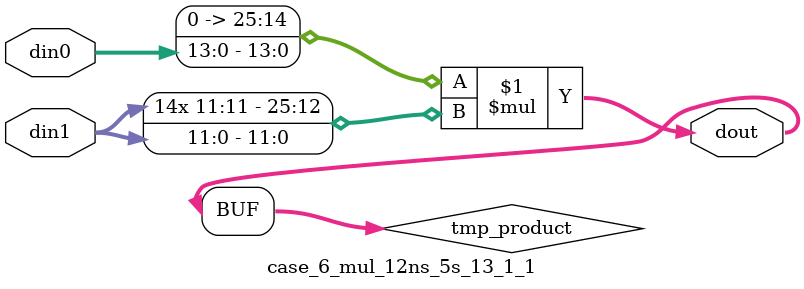
<source format=v>

`timescale 1 ns / 1 ps

 (* use_dsp = "no" *)  module case_6_mul_12ns_5s_13_1_1(din0, din1, dout);
parameter ID = 1;
parameter NUM_STAGE = 0;
parameter din0_WIDTH = 14;
parameter din1_WIDTH = 12;
parameter dout_WIDTH = 26;

input [din0_WIDTH - 1 : 0] din0; 
input [din1_WIDTH - 1 : 0] din1; 
output [dout_WIDTH - 1 : 0] dout;

wire signed [dout_WIDTH - 1 : 0] tmp_product;

























assign tmp_product = $signed({1'b0, din0}) * $signed(din1);










assign dout = tmp_product;





















endmodule

</source>
